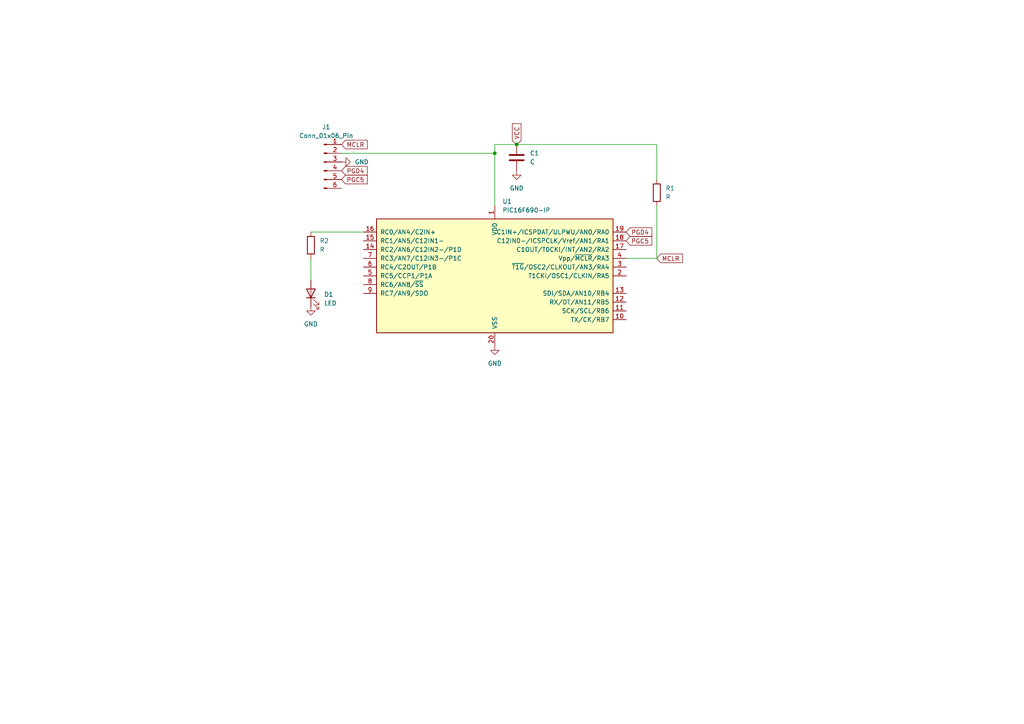
<source format=kicad_sch>
(kicad_sch (version 20231120) (generator "eeschema") (generator_version "8.0")
  (paper "A4")
  (lib_symbols
    (symbol "Connector:Conn_01x06_Pin" (pin_names (offset 1.016) hide)
      (property "Reference" "J" (at 0 7.62 0))
      (property "Value" "Conn_01x06_Pin" (at 0 -10.16 0))
      (symbol "Conn_01x06_Pin_1_1"
        (polyline (pts (xy 1.27 -7.62) (xy 0.8636 -7.62)) (stroke (width 0.1524)))
        (polyline (pts (xy 1.27 -5.08) (xy 0.8636 -5.08)) (stroke (width 0.1524)))
        (polyline (pts (xy 1.27 -2.54) (xy 0.8636 -2.54)) (stroke (width 0.1524)))
        (polyline (pts (xy 1.27 0) (xy 0.8636 0)) (stroke (width 0.1524)))
        (polyline (pts (xy 1.27 2.54) (xy 0.8636 2.54)) (stroke (width 0.1524)))
        (polyline (pts (xy 1.27 5.08) (xy 0.8636 5.08)) (stroke (width 0.1524)))
        (rectangle (start 0.8636 -7.493) (end 0 -7.747) (stroke (width 0.1524)) (fill (type outline)))
        (rectangle (start 0.8636 -4.953) (end 0 -5.207) (stroke (width 0.1524)) (fill (type outline)))
        (rectangle (start 0.8636 -2.413) (end 0 -2.667) (stroke (width 0.1524)) (fill (type outline)))
        (rectangle (start 0.8636 0.127) (end 0 -0.127) (stroke (width 0.1524)) (fill (type outline)))
        (rectangle (start 0.8636 2.667) (end 0 2.413) (stroke (width 0.1524)) (fill (type outline)))
        (rectangle (start 0.8636 5.207) (end 0 4.953) (stroke (width 0.1524)) (fill (type outline)))
        (pin passive line (at 5.08 5.08 180) (length 3.81) (name "Pin_1") (number "1"))
        (pin passive line (at 5.08 2.54 180) (length 3.81) (name "Pin_2") (number "2"))
        (pin passive line (at 5.08 0 180) (length 3.81) (name "Pin_3") (number "3"))
        (pin passive line (at 5.08 -2.54 180) (length 3.81) (name "Pin_4") (number "4"))
        (pin passive line (at 5.08 -5.08 180) (length 3.81) (name "Pin_5") (number "5"))
        (pin passive line (at 5.08 -7.62 180) (length 3.81) (name "Pin_6") (number "6"))
      )
    )
    (symbol "Device:C" (pin_numbers hide) (pin_names (offset 0.254))
      (property "Reference" "C" (at 0.635 2.54 0))
      (property "Value" "C" (at 0.635 -2.54 0))
      (symbol "C_0_1"
        (polyline (pts (xy -2.032 -0.762) (xy 2.032 -0.762)) (stroke (width 0.508)))
        (polyline (pts (xy -2.032 0.762) (xy 2.032 0.762)) (stroke (width 0.508)))
      )
      (symbol "C_1_1"
        (pin passive line (at 0 3.81 270) (length 2.794) (name "~") (number "1"))
        (pin passive line (at 0 -3.81 90) (length 2.794) (name "~") (number "2"))
      )
    )
    (symbol "Device:LED" (pin_numbers hide) (pin_names (offset 1.016) hide)
      (property "Reference" "D" (at 0 2.54 0))
      (property "Value" "LED" (at 0 -2.54 0))
      (symbol "LED_0_1"
        (polyline (pts (xy -1.27 -1.27) (xy -1.27 1.27)) (stroke (width 0.254)))
        (polyline (pts (xy -1.27 0) (xy 1.27 0)))
        (polyline (pts (xy 1.27 -1.27) (xy 1.27 1.27) (xy -1.27 0) (xy 1.27 -1.27)) (stroke (width 0.254)))
        (polyline (pts (xy -3.048 -0.762) (xy -4.572 -2.286) (xy -3.81 -2.286) (xy -4.572 -2.286) (xy -4.572 -1.524)))
        (polyline (pts (xy -1.778 -0.762) (xy -3.302 -2.286) (xy -2.54 -2.286) (xy -3.302 -2.286) (xy -3.302 -1.524)))
      )
      (symbol "LED_1_1"
        (pin passive line (at -3.81 0 0) (length 2.54) (name "K") (number "1"))
        (pin passive line (at 3.81 0 180) (length 2.54) (name "A") (number "2"))
      )
    )
    (symbol "Device:R" (pin_numbers hide) (pin_names (offset 0))
      (property "Reference" "R" (at 2.032 0 90))
      (property "Value" "R" (at 0 0 90))
      (symbol "R_0_1"
        (rectangle (start -1.016 -2.54) (end 1.016 2.54) (stroke (width 0.254)))
      )
      (symbol "R_1_1"
        (pin passive line (at 0 3.81 270) (length 1.27) (name "~") (number "1"))
        (pin passive line (at 0 -3.81 90) (length 1.27) (name "~") (number "2"))
      )
    )
    (symbol "MCU_Microchip_PIC16:PIC16F690-IP" (pin_names (offset 1.016))
      (property "Reference" "U" (at 19.05 20.32 0))
      (property "Value" "PIC16F690-IP" (at 19.05 17.78 0))
      (symbol "PIC16F690-IP_0_1"
        (rectangle (start -34.29 16.51) (end 34.29 -16.51) (stroke (width 0.254)) (fill (type background)))
      )
      (symbol "PIC16F690-IP_1_1"
        (pin power_in line (at 0 20.32 270) (length 3.81) (name "VDD") (number "1"))
        (pin bidirectional line (at 38.1 -12.7 180) (length 3.81) (name "TX/CK/RB7") (number "10"))
        (pin bidirectional line (at 38.1 -10.16 180) (length 3.81) (name "SCK/SCL/RB6") (number "11"))
        (pin bidirectional line (at 38.1 -7.62 180) (length 3.81) (name "RX/DT/AN11/RB5") (number "12"))
        (pin bidirectional line (at 38.1 -5.08 180) (length 3.81) (name "SDI/SDA/AN10/RB4") (number "13"))
        (pin bidirectional line (at -38.1 7.62 0) (length 3.81) (name "RC2/AN6/C12IN2-/P1D") (number "14"))
        (pin bidirectional line (at -38.1 10.16 0) (length 3.81) (name "RC1/AN5/C12IN1-") (number "15"))
        (pin bidirectional line (at -38.1 12.7 0) (length 3.81) (name "RC0/AN4/C2IN+") (number "16"))
        (pin bidirectional line (at 38.1 7.62 180) (length 3.81) (name "C1OUT/T0CKI/INT/AN2/RA2") (number "17"))
        (pin bidirectional line (at 38.1 10.16 180) (length 3.81) (name "C12IN0-/ICSPCLK/Vref/AN1/RA1") (number "18"))
        (pin bidirectional line (at 38.1 12.7 180) (length 3.81) (name "C1IN+/ICSPDAT/ULPWU/AN0/RA0") (number "19"))
        (pin bidirectional line (at 38.1 0 180) (length 3.81) (name "T1CKI/OSC1/CLKIN/RA5") (number "2"))
        (pin power_in line (at 0 -20.32 90) (length 3.81) (name "VSS") (number "20"))
        (pin bidirectional line (at 38.1 2.54 180) (length 3.81) (name "~{T1G}/OSC2/CLKOUT/AN3/RA4") (number "3"))
        (pin input line (at 38.1 5.08 180) (length 3.81) (name "Vpp/~{MCLR}/RA3") (number "4"))
        (pin bidirectional line (at -38.1 0 0) (length 3.81) (name "RC5/CCP1/P1A") (number "5"))
        (pin bidirectional line (at -38.1 2.54 0) (length 3.81) (name "RC4/C2OUT/P1B") (number "6"))
        (pin bidirectional line (at -38.1 5.08 0) (length 3.81) (name "RC3/AN7/C12IN3-/P1C") (number "7"))
        (pin bidirectional line (at -38.1 -2.54 0) (length 3.81) (name "RC6/AN8/~{SS}") (number "8"))
        (pin bidirectional line (at -38.1 -5.08 0) (length 3.81) (name "RC7/AN9/SDO") (number "9"))
      )
    )
    (symbol "power:GND" (power) (pin_numbers hide) (pin_names (offset 0) hide)
      (property "Value" "GND" (at 0 -3.81 0))
      (symbol "GND_0_1"
        (polyline (pts (xy 0 0) (xy 0 -1.27) (xy 1.27 -1.27) (xy 0 -2.54) (xy -1.27 -1.27) (xy 0 -1.27)))
      )
      (symbol "GND_1_1"
        (pin power_in line (at 0 0 270) (length 0) (name "~") (number "1"))
      )
    )
  )
  (junction (at 149.86 41.91))
  (junction (at 143.51 44.45))
  (wire (pts (xy 181.61 74.93) (xy 190.5 74.93)))
  (wire (pts (xy 190.5 52.07) (xy 190.5 41.91)))
  (wire (pts (xy 90.17 74.93) (xy 90.17 81.28)))
  (wire (pts (xy 190.5 74.93) (xy 190.5 59.69)))
  (wire (pts (xy 143.51 41.91) (xy 149.86 41.91)))
  (wire (pts (xy 90.17 67.31) (xy 105.41 67.31)))
  (wire (pts (xy 99.06 44.45) (xy 143.51 44.45)))
  (wire (pts (xy 190.5 41.91) (xy 149.86 41.91)))
  (wire (pts (xy 143.51 59.69) (xy 143.51 44.45)))
  (wire (pts (xy 143.51 44.45) (xy 143.51 41.91)))
  (global_label "MCLR" (shape input) (at 99.06 41.91 0) (property "Intersheetrefs" "${INTERSHEET_REFS}" (effects (hide yes))))
  (global_label "PGD4" (shape input) (at 181.61 67.31 0) (property "Intersheetrefs" "${INTERSHEET_REFS}" (effects (hide yes))))
  (global_label "PGC5" (shape input) (at 99.06 52.07 0) (property "Intersheetrefs" "${INTERSHEET_REFS}" (effects (hide yes))))
  (global_label "VCC" (shape input) (at 149.86 41.91 90) (property "Intersheetrefs" "${INTERSHEET_REFS}" (effects (hide yes))))
  (global_label "MCLR" (shape input) (at 190.5 74.93 0) (property "Intersheetrefs" "${INTERSHEET_REFS}" (effects (hide yes))))
  (global_label "PGD4" (shape input) (at 99.06 49.53 0) (property "Intersheetrefs" "${INTERSHEET_REFS}" (effects (hide yes))))
  (global_label "PGC5" (shape input) (at 181.61 69.85 0) (property "Intersheetrefs" "${INTERSHEET_REFS}" (effects (hide yes))))
  (symbol (lib_id "MCU_Microchip_PIC16:PIC16F690-IP") (at 143.51 80.01 0) (unit 1)
    (property "Reference" "U1" (at 145.7041 58.42 0) (effects (justify left)))
    (property "Value" "PIC16F690-IP" (at 145.7041 60.96 0) (effects (justify left)))
    (property "Footprint" "Package_DIP:DIP-20_W7.62mm" (effects (hide yes)))
    (property "Datasheet" "http://ww1.microchip.com/downloads/en/DeviceDoc/41262E.pdf" (effects (hide yes)))
    (property "Description" "4096W Flash, 256B SRAM, 256B EEPROM, DIP20" (effects (hide yes)))
  )
  (symbol (lib_id "power:GND") (at 143.51 100.33 0) (unit 1)
    (property "Reference" "#PWR01" (effects (hide yes)))
    (property "Value" "GND" (at 143.51 105.41 0))
    (property "Description" "Power symbol creates a global label with name \"GND\" , ground" (effects (hide yes)))
  )
  (symbol (lib_id "Device:C") (at 149.86 45.72 0) (unit 1)
    (property "Reference" "C1" (at 153.67 44.4499 0) (effects (justify left)))
    (property "Value" "C" (at 153.67 46.9899 0) (effects (justify left)))
    (property "Footprint" "Capacitor_THT:C_Disc_D5.0mm_W2.5mm_P5.00mm" (effects (hide yes)))
    (property "Description" "Unpolarized capacitor" (effects (hide yes)))
  )
  (symbol (lib_id "power:GND") (at 90.17 88.9 0) (unit 1)
    (property "Reference" "#PWR03" (effects (hide yes)))
    (property "Value" "GND" (at 90.17 93.98 0))
    (property "Description" "Power symbol creates a global label with name \"GND\" , ground" (effects (hide yes)))
  )
  (symbol (lib_id "Device:LED") (at 90.17 85.09 90) (unit 1)
    (property "Reference" "D1" (at 93.98 85.4074 90) (effects (justify right)))
    (property "Value" "LED" (at 93.98 87.9474 90) (effects (justify right)))
    (property "Footprint" "LED_THT:LED_D5.0mm" (effects (hide yes)))
    (property "Description" "Light emitting diode" (effects (hide yes)))
  )
  (symbol (lib_id "Device:R") (at 190.5 55.88 0) (unit 1)
    (property "Reference" "R1" (at 193.04 54.6099 0) (effects (justify left)))
    (property "Value" "R" (at 193.04 57.1499 0) (effects (justify left)))
    (property "Footprint" "Resistor_THT:R_Axial_DIN0411_L9.9mm_D3.6mm_P12.70mm_Horizontal" (effects (hide yes)))
    (property "Description" "Resistor" (effects (hide yes)))
  )
  (symbol (lib_id "Connector:Conn_01x06_Pin") (at 93.98 46.99 0) (unit 1)
    (property "Reference" "J1" (at 94.615 36.83 0))
    (property "Value" "Conn_01x06_Pin" (at 94.615 39.37 0))
    (property "Footprint" "Connector_PinHeader_2.54mm:PinHeader_1x06_P2.54mm_Horizontal" (effects (hide yes)))
    (property "Description" "Generic connector, single row, 01x06, script generated" (effects (hide yes)))
  )
  (symbol (lib_id "Device:R") (at 90.17 71.12 0) (unit 1)
    (property "Reference" "R2" (at 92.71 69.8499 0) (effects (justify left)))
    (property "Value" "R" (at 92.71 72.3899 0) (effects (justify left)))
    (property "Footprint" "Resistor_THT:R_Axial_DIN0411_L9.9mm_D3.6mm_P12.70mm_Horizontal" (effects (hide yes)))
    (property "Description" "Resistor" (effects (hide yes)))
  )
  (symbol (lib_id "power:GND") (at 99.06 46.99 90) (unit 1)
    (property "Reference" "#PWR04" (effects (hide yes)))
    (property "Value" "GND" (at 102.87 46.9899 90) (effects (justify right)))
    (property "Description" "Power symbol creates a global label with name \"GND\" , ground" (effects (hide yes)))
  )
  (symbol (lib_id "power:GND") (at 149.86 49.53 0) (unit 1)
    (property "Reference" "#PWR02" (effects (hide yes)))
    (property "Value" "GND" (at 149.86 54.61 0))
    (property "Description" "Power symbol creates a global label with name \"GND\" , ground" (effects (hide yes)))
  )
)
</source>
